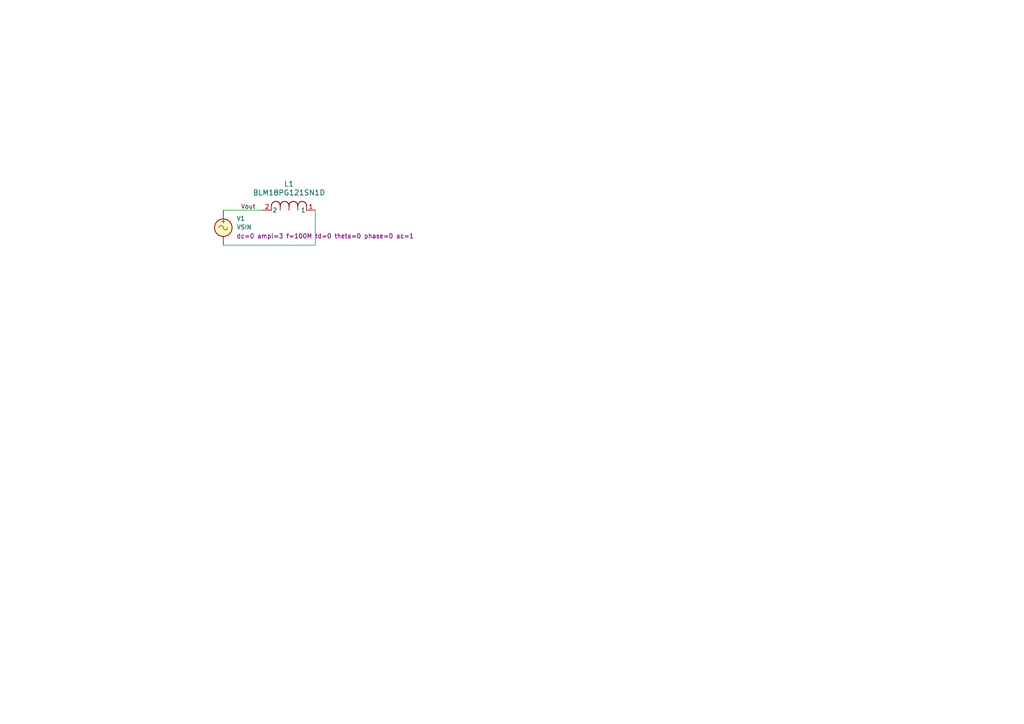
<source format=kicad_sch>
(kicad_sch (version 20231120) (generator "eeschema") (generator_version "8.0")
  (paper "A4")
  (lib_symbols
    (symbol "Simulation_SPICE:VSIN" (pin_numbers hide) (pin_names (offset 0.0254))
      (property "Reference" "V" (at 2.54 2.54 0))
      (property "Value" "VSIN" (at 2.54 0 0))
      (property "Sim.Params" "dc=0 ampl=1 f=1k ac=1" (at 2.54 -2.54 0))
      (symbol "VSIN_0_0"
        (arc (start 0 0) (mid -0.635 0.6323) (end -1.27 0))
        (arc (start 0 0) (mid 0.635 -0.6323) (end 1.27 0))
        (text "+" (at 0 1.905 0) (effects (font (size 1.27 1.27))))
      )
      (symbol "VSIN_0_1"
        (circle (center 0 0) (radius 2.54) (stroke (width 0.254)) (fill (type background)))
      )
      (symbol "VSIN_1_1"
        (pin passive line (at 0 5.08 270) (length 2.54) (name "~") (number "1"))
        (pin passive line (at 0 -5.08 90) (length 2.54) (name "~") (number "2"))
      )
    )
    (symbol "ferriteBeads120Ohm:BLM18PG121SN1D" (pin_names (offset 0.254))
      (property "Reference" "L" (at 6.985 5.08 0))
      (property "Value" "BLM18PG121SN1D" (at 6.985 -2.54 0))
      (symbol "BLM18PG121SN1D_1_1"
        (polyline (pts (xy 2.54 0) (xy 2.54 1.27)) (stroke (width 0.2032)))
        (polyline (pts (xy 5.08 0) (xy 5.08 1.27)) (stroke (width 0.2032)))
        (polyline (pts (xy 7.62 0) (xy 7.62 1.27)) (stroke (width 0.2032)))
        (polyline (pts (xy 10.16 0) (xy 10.16 1.27)) (stroke (width 0.2032)))
        (polyline (pts (xy 12.7 0) (xy 12.7 1.27)) (stroke (width 0.2032)))
        (arc (start 5.08 1.27) (mid 3.81 2.5344) (end 2.54 1.27) (stroke (width 0.254)))
        (arc (start 7.62 1.27) (mid 6.35 2.5344) (end 5.08 1.27) (stroke (width 0.254)))
        (arc (start 10.16 1.27) (mid 8.89 2.5344) (end 7.62 1.27) (stroke (width 0.254)))
        (arc (start 12.7 1.27) (mid 11.43 2.5344) (end 10.16 1.27) (stroke (width 0.254)))
        (pin unspecified line (at 15.24 0 180) (length 2.54) (name "1") (number "1"))
        (pin unspecified line (at 0 0 0) (length 2.54) (name "2") (number "2"))
      )
      (symbol "BLM18PG121SN1D_1_2"
        (arc (start -1.27 5.08) (mid -2.5344 3.81) (end -1.27 2.54) (stroke (width 0.254)))
        (arc (start -1.27 7.62) (mid -2.5344 6.35) (end -1.27 5.08) (stroke (width 0.254)))
        (arc (start -1.27 10.16) (mid -2.5344 8.89) (end -1.27 7.62) (stroke (width 0.254)))
        (arc (start -1.27 12.7) (mid -2.5344 11.43) (end -1.27 10.16) (stroke (width 0.254)))
        (polyline (pts (xy 0 2.54) (xy -1.27 2.54)) (stroke (width 0.2032)))
        (polyline (pts (xy 0 5.08) (xy -1.27 5.08)) (stroke (width 0.2032)))
        (polyline (pts (xy 0 7.62) (xy -1.27 7.62)) (stroke (width 0.2032)))
        (polyline (pts (xy 0 10.16) (xy -1.27 10.16)) (stroke (width 0.2032)))
        (polyline (pts (xy 0 12.7) (xy -1.27 12.7)) (stroke (width 0.2032)))
        (pin unspecified line (at 0 15.24 270) (length 2.54) (name "1") (number "1"))
        (pin unspecified line (at 0 0 90) (length 2.54) (name "2") (number "2"))
      )
    )
  )
  (wire (pts (xy 76.2 60.96) (xy 64.77 60.96)))
  (wire (pts (xy 91.44 60.96) (xy 91.44 71.12)))
  (wire (pts (xy 91.44 71.12) (xy 64.77 71.12)))
  (label "Vout" (at 69.85 60.96 0))
  (symbol (lib_id "ferriteBeads120Ohm:BLM18PG121SN1D") (at 76.2 60.96 0) (unit 1)
    (property "Reference" "L1" (at 83.82 53.34 0) (effects (font (size 1.524 1.524))))
    (property "Value" "BLM18PG121SN1D" (at 83.82 55.88 0) (effects (font (size 1.524 1.524))))
    (property "Footprint" "IND_BLM18_0603_MUR" (effects (hide yes)))
    (property "Datasheet" "BLM18PG121SN1D" (effects (hide yes)))
    (property "Sim.Library" "TestBoardEDA/models/BLM18PG121SN1.mod" (effects (hide yes)))
    (property "Sim.Name" "BLM18PG121SN1" (effects (hide yes)))
    (property "Sim.Device" "SUBCKT" (effects (hide yes)))
    (property "Sim.Pins" "1=port1 2=port2" (effects (hide yes)))
  )
  (symbol (lib_id "Simulation_SPICE:VSIN") (at 64.77 66.04 0) (unit 1)
    (property "Reference" "V1" (at 68.58 63.3701 0) (effects (justify left)))
    (property "Value" "VSIN" (at 68.58 65.9101 0) (effects (justify left)))
    (property "Datasheet" "https://ngspice.sourceforge.io/docs/ngspice-html-manual/manual.xhtml#sec_Independent_Sources_for" (effects (hide yes)))
    (property "Description" "Voltage source, sinusoidal" (effects (hide yes)))
    (property "Sim.Pins" "1=+ 2=-" (effects (hide yes)))
    (property "Sim.Params" "dc=0 ampl=3 f=100M td=0 theta=0 phase=0 ac=1" (at 68.58 68.4501 0) (effects (justify left)))
    (property "Sim.Type" "SIN" (effects (hide yes)))
    (property "Sim.Device" "V" (effects (hide yes)))
  )
)
</source>
